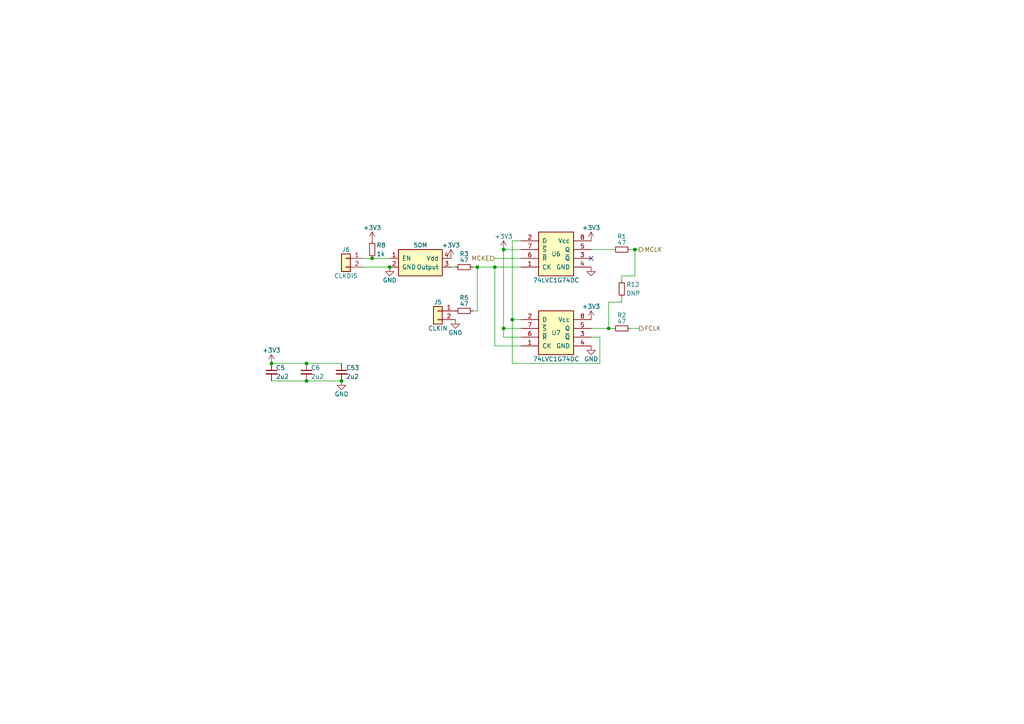
<source format=kicad_sch>
(kicad_sch (version 20230121) (generator eeschema)
  (paper "A4")
  (title_block (title "WarpSE (GW4410A)") (date "2024-03-27") (rev "1.0") (company "Garrett's Workshop"))
  (lib_symbols
    (symbol "Connector_Generic:Conn_01x02" (pin_names (offset 1.016) hide)
      (property "Reference" "J" (at 0 2.54 0))
      (property "Value" "Conn_01x02" (at 0 -5.08 0))
      (symbol "Conn_01x02_1_1"
        (rectangle (start -1.27 -2.413) (end 0 -2.667) (stroke (width 0.1524)))
        (rectangle (start -1.27 0.127) (end 0 -0.127) (stroke (width 0.1524)))
        (rectangle (start -1.27 1.27) (end 1.27 -3.81) (stroke (width 0.254)) (fill (type background)))
        (pin passive line (at -5.08 0 0) (length 3.81) (name "Pin_1") (number "1"))
        (pin passive line (at -5.08 -2.54 0) (length 3.81) (name "Pin_2") (number "2"))
      )
    )
    (symbol "Device:C_Small" (pin_numbers hide) (pin_names (offset 0.254) hide)
      (property "Reference" "C" (at 0.254 1.778 0))
      (property "Value" "C_Small" (at 0.254 -2.032 0))
      (symbol "C_Small_0_1"
        (polyline (pts (xy -1.524 -0.508) (xy 1.524 -0.508)) (stroke (width 0.3302)))
        (polyline (pts (xy -1.524 0.508) (xy 1.524 0.508)) (stroke (width 0.3048)))
      )
      (symbol "C_Small_1_1"
        (pin passive line (at 0 2.54 270) (length 2.032) (name "~") (number "1"))
        (pin passive line (at 0 -2.54 90) (length 2.032) (name "~") (number "2"))
      )
    )
    (symbol "Device:R_Small" (pin_numbers hide) (pin_names (offset 0.254) hide)
      (property "Reference" "R" (at 0.762 0.508 0))
      (property "Value" "R_Small" (at 0.762 -1.016 0))
      (symbol "R_Small_0_1"
        (rectangle (start -0.762 1.778) (end 0.762 -1.778) (stroke (width 0.2032)))
      )
      (symbol "R_Small_1_1"
        (pin passive line (at 0 2.54 270) (length 0.762) (name "~") (number "1"))
        (pin passive line (at 0 -2.54 90) (length 0.762) (name "~") (number "2"))
      )
    )
    (symbol "GW_Logic:741G74DC" (pin_names (offset 1.016))
      (property "Reference" "U" (at 0 7.62 0))
      (property "Value" "741G74DC" (at 0 -7.62 0))
      (symbol "741G74DC_0_1"
        (rectangle (start 5.08 -6.35) (end -5.08 6.35) (stroke (width 0.254)) (fill (type background)))
      )
      (symbol "741G74DC_1_1"
        (pin input line (at -10.16 -3.81 0) (length 5.08) (name "CK") (number "1"))
        (pin input line (at -10.16 3.81 0) (length 5.08) (name "D") (number "2"))
        (pin output line (at 10.16 -1.27 180) (length 5.08) (name "~{Q}") (number "3"))
        (pin power_in line (at 10.16 -3.81 180) (length 5.08) (name "GND") (number "4"))
        (pin output line (at 10.16 1.27 180) (length 5.08) (name "Q") (number "5"))
        (pin input line (at -10.16 -1.27 0) (length 5.08) (name "~{R}") (number "6"))
        (pin input line (at -10.16 1.27 0) (length 5.08) (name "~{S}") (number "7"))
        (pin power_in line (at 10.16 3.81 180) (length 5.08) (name "Vcc") (number "8"))
      )
    )
    (symbol "GW_Logic:Oscillator_4P" (pin_names (offset 1.016))
      (property "Reference" "U" (at 0 6.35 0))
      (property "Value" "Oscillator_4P" (at 0 -3.81 0))
      (symbol "Oscillator_4P_0_1"
        (rectangle (start -6.35 5.08) (end 6.35 -2.54) (stroke (width 0.254)) (fill (type background)))
      )
      (symbol "Oscillator_4P_1_1"
        (pin input line (at -8.89 2.54 0) (length 2.54) (name "EN") (number "1"))
        (pin power_in line (at -8.89 0 0) (length 2.54) (name "GND") (number "2"))
        (pin output line (at 8.89 0 180) (length 2.54) (name "Output") (number "3"))
        (pin power_in line (at 8.89 2.54 180) (length 2.54) (name "Vdd") (number "4"))
      )
    )
    (symbol "power:+3V3" (power) (pin_names (offset 0))
      (property "Value" "+3V3" (at 0 3.556 0))
      (symbol "+3V3_0_1"
        (polyline (pts (xy -0.762 1.27) (xy 0 2.54)))
        (polyline (pts (xy 0 0) (xy 0 2.54)))
        (polyline (pts (xy 0 2.54) (xy 0.762 1.27)))
      )
      (symbol "+3V3_1_1"
        (pin power_in line (at 0 0 90) (length 0) hide (name "+3V3") (number "1"))
      )
    )
    (symbol "power:GND" (power) (pin_names (offset 0))
      (property "Value" "GND" (at 0 -3.81 0))
      (symbol "GND_0_1"
        (polyline (pts (xy 0 0) (xy 0 -1.27) (xy 1.27 -1.27) (xy 0 -2.54) (xy -1.27 -1.27) (xy 0 -1.27)))
      )
      (symbol "GND_1_1"
        (pin power_in line (at 0 0 270) (length 0) hide (name "GND") (number "1"))
      )
    )
  )
  (junction (at 138.43 77.47))
  (junction (at 88.9 105.41))
  (junction (at 146.05 95.25))
  (junction (at 184.15 72.39))
  (junction (at 148.59 92.71))
  (junction (at 143.51 77.47))
  (junction (at 113.03 77.47))
  (junction (at 107.95 74.93))
  (junction (at 176.53 95.25))
  (junction (at 146.05 72.39))
  (junction (at 99.06 110.49))
  (junction (at 88.9 110.49))
  (junction (at 78.74 105.41))
  (no_connect (at 171.45 74.93))
  (wire (pts (xy 177.8 72.39) (xy 171.45 72.39)))
  (wire (pts (xy 173.99 105.41) (xy 148.59 105.41)))
  (wire (pts (xy 143.51 100.33) (xy 151.13 100.33)))
  (wire (pts (xy 171.45 95.25) (xy 176.53 95.25)))
  (wire (pts (xy 143.51 74.93) (xy 151.13 74.93)))
  (wire (pts (xy 78.74 110.49) (xy 88.9 110.49)))
  (wire (pts (xy 180.34 80.01) (xy 184.15 80.01)))
  (wire (pts (xy 107.95 74.93) (xy 113.03 74.93)))
  (wire (pts (xy 173.99 97.79) (xy 173.99 105.41)))
  (wire (pts (xy 180.34 87.63) (xy 180.34 86.36)))
  (wire (pts (xy 173.99 97.79) (xy 171.45 97.79)))
  (wire (pts (xy 146.05 97.79) (xy 146.05 95.25)))
  (wire (pts (xy 151.13 69.85) (xy 148.59 69.85)))
  (wire (pts (xy 146.05 72.39) (xy 146.05 95.25)))
  (wire (pts (xy 184.15 72.39) (xy 185.42 72.39)))
  (wire (pts (xy 148.59 92.71) (xy 151.13 92.71)))
  (wire (pts (xy 146.05 72.39) (xy 151.13 72.39)))
  (wire (pts (xy 138.43 77.47) (xy 143.51 77.47)))
  (wire (pts (xy 138.43 90.17) (xy 137.16 90.17)))
  (wire (pts (xy 88.9 110.49) (xy 99.06 110.49)))
  (wire (pts (xy 180.34 80.01) (xy 180.34 81.28)))
  (wire (pts (xy 176.53 95.25) (xy 177.8 95.25)))
  (wire (pts (xy 176.53 87.63) (xy 176.53 95.25)))
  (wire (pts (xy 78.74 105.41) (xy 88.9 105.41)))
  (wire (pts (xy 176.53 87.63) (xy 180.34 87.63)))
  (wire (pts (xy 146.05 97.79) (xy 151.13 97.79)))
  (wire (pts (xy 88.9 105.41) (xy 99.06 105.41)))
  (wire (pts (xy 182.88 95.25) (xy 185.42 95.25)))
  (wire (pts (xy 138.43 77.47) (xy 138.43 90.17)))
  (wire (pts (xy 105.41 77.47) (xy 113.03 77.47)))
  (wire (pts (xy 182.88 72.39) (xy 184.15 72.39)))
  (wire (pts (xy 143.51 77.47) (xy 151.13 77.47)))
  (wire (pts (xy 143.51 77.47) (xy 143.51 100.33)))
  (wire (pts (xy 146.05 95.25) (xy 151.13 95.25)))
  (wire (pts (xy 184.15 72.39) (xy 184.15 80.01)))
  (wire (pts (xy 148.59 105.41) (xy 148.59 92.71)))
  (wire (pts (xy 148.59 69.85) (xy 148.59 92.71)))
  (wire (pts (xy 132.08 77.47) (xy 130.81 77.47)))
  (wire (pts (xy 137.16 77.47) (xy 138.43 77.47)))
  (wire (pts (xy 105.41 74.93) (xy 107.95 74.93)))
  (hierarchical_label "MCKE" (shape input) (at 143.51 74.93 180))
  (hierarchical_label "FCLK" (shape output) (at 185.42 95.25 0))
  (hierarchical_label "MCLK" (shape output) (at 185.42 72.39 0))
  (symbol (lib_id "Device:C_Small") (at 78.74 107.95 0) (unit 1)
    (property "Reference" "C5" (at 80.01 106.68 0) (effects (justify left)))
    (property "Value" "2u2" (at 80.01 109.22 0) (effects (justify left)))
    (property "Footprint" "stdpads:C_0603" (effects hide))
    (property "LCSC Part" "C23630" (effects hide))
  )
  (symbol (lib_id "power:+3V3") (at 78.74 105.41 0) (unit 1)
    (property "Reference" "#PWR0122" (effects hide))
    (property "Value" "+3V3" (at 78.74 101.6 0))
  )
  (symbol (lib_id "Device:C_Small") (at 88.9 107.95 0) (unit 1)
    (property "Reference" "C6" (at 90.17 106.68 0) (effects (justify left)))
    (property "Value" "2u2" (at 90.17 109.22 0) (effects (justify left)))
    (property "Footprint" "stdpads:C_0603" (effects hide))
    (property "LCSC Part" "C23630" (effects hide))
  )
  (symbol (lib_id "Device:R_Small") (at 180.34 72.39 270) (unit 1)
    (property "Reference" "R1" (at 180.34 68.58 90))
    (property "Value" "47" (at 180.34 71.12 90) (effects (justify bottom)))
    (property "Footprint" "stdpads:R_0603" (effects hide))
    (property "LCSC Part" "C23182" (effects hide))
  )
  (symbol (lib_id "Device:R_Small") (at 180.34 95.25 270) (unit 1)
    (property "Reference" "R2" (at 180.34 91.44 90))
    (property "Value" "47" (at 180.34 93.98 90) (effects (justify bottom)))
    (property "Footprint" "stdpads:R_0603" (effects hide))
    (property "LCSC Part" "C23182" (effects hide))
  )
  (symbol (lib_id "power:GND") (at 113.03 77.47 0) (mirror y) (unit 1)
    (property "Reference" "#PWR0114" (effects hide))
    (property "Value" "GND" (at 113.03 81.28 0))
  )
  (symbol (lib_id "power:+3V3") (at 130.81 74.93 0) (mirror y) (unit 1)
    (property "Reference" "#PWR0116" (effects hide))
    (property "Value" "+3V3" (at 130.81 71.12 0))
  )
  (symbol (lib_id "GW_Logic:Oscillator_4P") (at 121.92 77.47 0) (unit 1)
    (property "Reference" "U5" (effects hide))
    (property "Value" "50M" (at 121.92 71.12 0))
    (property "Footprint" "stdpads:Crystal_SMD_3225-4Pin_3.2x2.5mm" (effects hide))
    (property "LCSC Part" "C32526" (effects hide))
  )
  (symbol (lib_id "GW_Logic:741G74DC") (at 161.29 96.52 0) (unit 1)
    (property "Reference" "U7" (at 161.29 96.52 0))
    (property "Value" "74LVC1G74DC" (at 161.29 104.14 0))
    (property "Footprint" "stdpads:NXP_VSSOP-8_2.3x2mm" (effects hide))
  )
  (symbol (lib_id "Device:C_Small") (at 99.06 107.95 0) (unit 1)
    (property "Reference" "C53" (at 100.33 106.68 0) (effects (justify left)))
    (property "Value" "2u2" (at 100.33 109.22 0) (effects (justify left)))
    (property "Footprint" "stdpads:C_0603" (effects hide))
    (property "LCSC Part" "C23630" (effects hide))
  )
  (symbol (lib_id "power:+3V3") (at 107.95 69.85 0) (unit 1)
    (property "Reference" "#PWR09" (effects hide))
    (property "Value" "+3V3" (at 107.95 66.04 0))
  )
  (symbol (lib_id "Device:R_Small") (at 180.34 83.82 180) (unit 1)
    (property "Reference" "R12" (at 181.61 82.55 0) (effects (justify right)))
    (property "Value" "DNP" (at 181.61 85.09 0) (effects (justify right)))
    (property "Footprint" "stdpads:R_0603" (effects hide))
  )
  (symbol (lib_id "power:GND") (at 132.08 92.71 0) (mirror y) (unit 1)
    (property "Reference" "#PWR08" (effects hide))
    (property "Value" "GND" (at 132.08 96.52 0))
  )
  (symbol (lib_id "power:GND") (at 171.45 100.33 0) (unit 1)
    (property "Reference" "#PWR03" (effects hide))
    (property "Value" "GND" (at 171.45 104.14 0))
  )
  (symbol (lib_id "power:GND") (at 171.45 77.47 0) (unit 1)
    (property "Reference" "#PWR01" (effects hide))
    (property "Value" "GND" (effects hide))
  )
  (symbol (lib_id "power:+3V3") (at 171.45 92.71 0) (unit 1)
    (property "Reference" "#PWR011" (effects hide))
    (property "Value" "+3V3" (at 171.45 88.9 0))
  )
  (symbol (lib_id "GW_Logic:741G74DC") (at 161.29 73.66 0) (unit 1)
    (property "Reference" "U6" (at 161.29 73.66 0))
    (property "Value" "74LVC1G74DC" (at 161.29 81.28 0))
    (property "Footprint" "stdpads:NXP_VSSOP-8_2.3x2mm" (effects hide))
  )
  (symbol (lib_id "power:GND") (at 99.06 110.49 0) (mirror y) (unit 1)
    (property "Reference" "#PWR015" (effects hide))
    (property "Value" "GND" (at 99.06 114.3 0))
  )
  (symbol (lib_id "Device:R_Small") (at 134.62 77.47 270) (unit 1)
    (property "Reference" "R3" (at 134.62 73.66 90))
    (property "Value" "47" (at 134.62 76.2 90) (effects (justify bottom)))
    (property "Footprint" "stdpads:R_0603" (effects hide))
    (property "LCSC Part" "C23182" (effects hide))
  )
  (symbol (lib_id "power:+3V3") (at 146.05 72.39 0) (unit 1)
    (property "Reference" "#PWR012" (effects hide))
    (property "Value" "+3V3" (at 146.05 68.58 0))
  )
  (symbol (lib_id "Device:R_Small") (at 107.95 72.39 180) (unit 1)
    (property "Reference" "R8" (at 109.22 71.12 0) (effects (justify right)))
    (property "Value" "1k" (at 109.22 73.66 0) (effects (justify right)))
    (property "Footprint" "stdpads:R_0603" (effects hide))
  )
  (symbol (lib_id "Connector_Generic:Conn_01x02") (at 100.33 74.93 0) (mirror y) (unit 1)
    (property "Reference" "J6" (at 100.33 72.39 0))
    (property "Value" "CLKDIS" (at 100.33 80.01 0))
    (property "Footprint" "stdpads:PinHeader_1x02_P2.54mm_Vertical" (effects hide))
  )
  (symbol (lib_id "Device:R_Small") (at 134.62 90.17 270) (unit 1)
    (property "Reference" "R5" (at 134.62 86.36 90))
    (property "Value" "47" (at 134.62 88.9 90) (effects (justify bottom)))
    (property "Footprint" "stdpads:R_0603" (effects hide))
    (property "LCSC Part" "C23182" (effects hide))
  )
  (symbol (lib_id "power:+3V3") (at 171.45 69.85 0) (unit 1)
    (property "Reference" "#PWR05" (effects hide))
    (property "Value" "+3V3" (at 171.45 66.04 0))
  )
  (symbol (lib_id "Connector_Generic:Conn_01x02") (at 127 90.17 0) (mirror y) (unit 1)
    (property "Reference" "J5" (at 127 87.63 0))
    (property "Value" "CLKIN" (at 127 95.25 0))
    (property "Footprint" "stdpads:PinHeader_1x02_P2.54mm_Vertical" (effects hide))
  )
)
</source>
